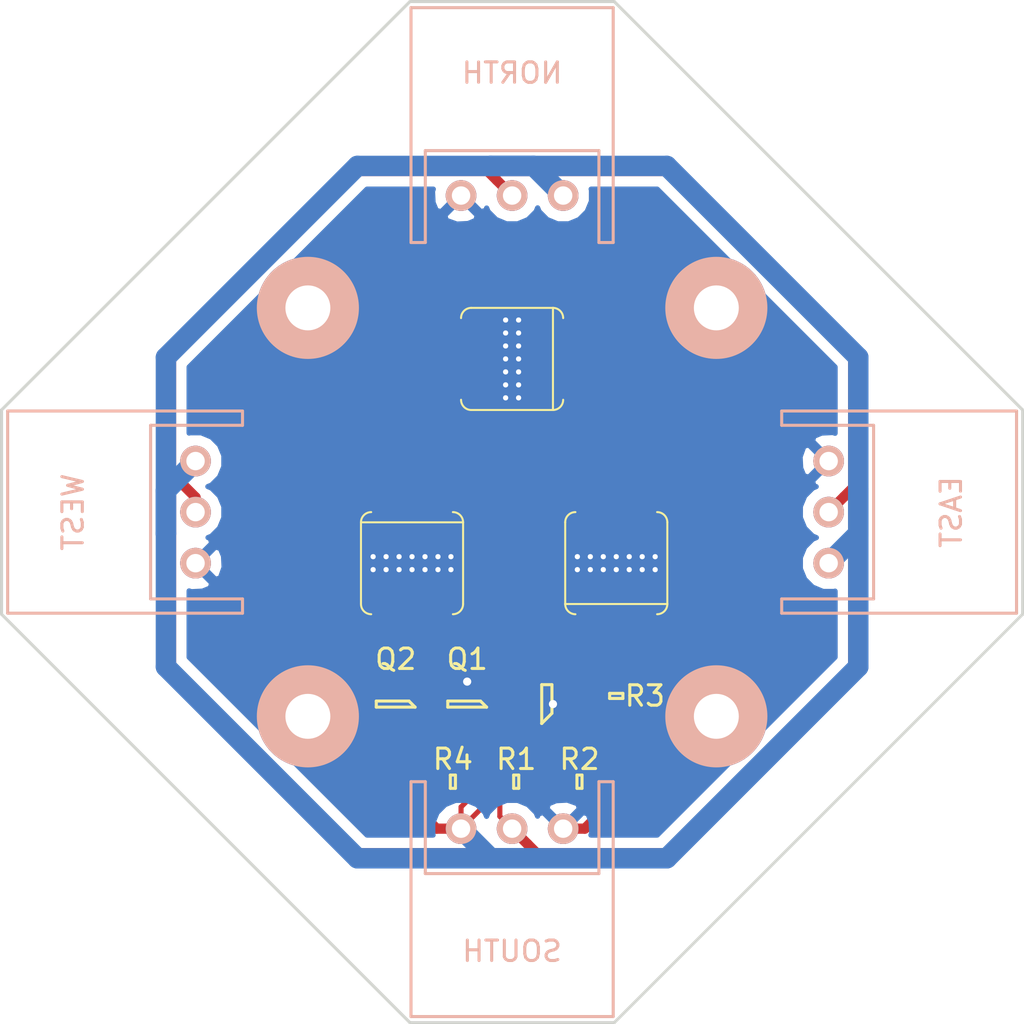
<source format=kicad_pcb>
(kicad_pcb (version 4) (host pcbnew "(2016-06-01 BZR 6870, Git 0ccd3bb)-product")

  (general
    (links 86)
    (no_connects 0)
    (area 29.924999 29.924999 80.075001 80.075001)
    (thickness 1.6)
    (drawings 9)
    (tracks 103)
    (zones 0)
    (modules 15)
    (nets 11)
  )

  (page A4)
  (layers
    (0 F.Cu signal)
    (31 B.Cu signal)
    (32 B.Adhes user)
    (33 F.Adhes user)
    (34 B.Paste user)
    (35 F.Paste user)
    (36 B.SilkS user)
    (37 F.SilkS user)
    (38 B.Mask user)
    (39 F.Mask user)
    (40 Dwgs.User user)
    (41 Cmts.User user)
    (42 Eco1.User user)
    (43 Eco2.User user)
    (44 Edge.Cuts user)
    (45 Margin user)
    (46 B.CrtYd user)
    (47 F.CrtYd user)
    (48 B.Fab user)
    (49 F.Fab user)
  )

  (setup
    (last_trace_width 0.25)
    (user_trace_width 0.5)
    (user_trace_width 0.8)
    (user_trace_width 1)
    (trace_clearance 0.2)
    (zone_clearance 0.508)
    (zone_45_only no)
    (trace_min 0.2)
    (segment_width 0.2)
    (edge_width 0.15)
    (via_size 0.6)
    (via_drill 0.4)
    (via_min_size 0.4)
    (via_min_drill 0.3)
    (uvia_size 0.3)
    (uvia_drill 0.1)
    (uvias_allowed no)
    (uvia_min_size 0.2)
    (uvia_min_drill 0.1)
    (pcb_text_width 0.3)
    (pcb_text_size 1.5 1.5)
    (mod_edge_width 0.15)
    (mod_text_size 1 1)
    (mod_text_width 0.15)
    (pad_size 0.254 0.254)
    (pad_drill 0.254)
    (pad_to_mask_clearance 0)
    (aux_axis_origin 0 0)
    (visible_elements 7FFFFF7F)
    (pcbplotparams
      (layerselection 0x00030_ffffffff)
      (usegerberextensions false)
      (excludeedgelayer true)
      (linewidth 0.100000)
      (plotframeref false)
      (viasonmask false)
      (mode 1)
      (useauxorigin false)
      (hpglpennumber 1)
      (hpglpenspeed 20)
      (hpglpendiameter 15)
      (psnegative false)
      (psa4output false)
      (plotreference true)
      (plotvalue true)
      (plotinvisibletext false)
      (padsonsilk false)
      (subtractmaskfromsilk false)
      (outputformat 1)
      (mirror false)
      (drillshape 1)
      (scaleselection 1)
      (outputdirectory ""))
  )

  (net 0 "")
  (net 1 GND)
  (net 2 "Net-(D1-Pad2)")
  (net 3 "Net-(D1-Pad1)")
  (net 4 "Net-(D2-Pad1)")
  (net 5 /SENSE)
  (net 6 +12V)
  (net 7 /DIM)
  (net 8 "Net-(OP?1-Pad1)")
  (net 9 /DIM/100)
  (net 10 "Net-(Q1-Pad3)")

  (net_class Default "This is the default net class."
    (clearance 0.2)
    (trace_width 0.25)
    (via_dia 0.6)
    (via_drill 0.4)
    (uvia_dia 0.3)
    (uvia_drill 0.1)
    (add_net +12V)
    (add_net /DIM)
    (add_net /DIM/100)
    (add_net /SENSE)
    (add_net GND)
    (add_net "Net-(D1-Pad1)")
    (add_net "Net-(D1-Pad2)")
    (add_net "Net-(D2-Pad1)")
    (add_net "Net-(OP?1-Pad1)")
    (add_net "Net-(Q1-Pad3)")
  )

  (module agg:SOT-23-5 (layer F.Cu) (tedit 577BD19D) (tstamp 577C7F46)
    (at 56.7 64.4 180)
    (path /577BB3FE)
    (fp_text reference OP?1 (at 0 -2.45 180) (layer F.Fab) hide
      (effects (font (size 1 1) (thickness 0.15)))
    )
    (fp_text value MIC6211 (at 0 2.45 180) (layer F.Fab) hide
      (effects (font (size 1 1) (thickness 0.15)))
    )
    (fp_line (start -0.85 -1.5) (end 0.85 -1.5) (layer F.Fab) (width 0.01))
    (fp_line (start 0.85 -1.5) (end 0.85 1.5) (layer F.Fab) (width 0.01))
    (fp_line (start 0.85 1.5) (end -0.85 1.5) (layer F.Fab) (width 0.01))
    (fp_line (start -0.85 1.5) (end -0.85 -1.5) (layer F.Fab) (width 0.01))
    (fp_circle (center -0.05 -0.7) (end -0.05 -0.3) (layer F.Fab) (width 0.01))
    (fp_line (start -1.6 -1.2) (end -0.85 -1.2) (layer F.Fab) (width 0.01))
    (fp_line (start -0.85 -0.7) (end -1.6 -0.7) (layer F.Fab) (width 0.01))
    (fp_line (start -1.6 -0.7) (end -1.6 -1.2) (layer F.Fab) (width 0.01))
    (fp_line (start -1.6 -0.25) (end -0.85 -0.25) (layer F.Fab) (width 0.01))
    (fp_line (start -0.85 0.25) (end -1.6 0.25) (layer F.Fab) (width 0.01))
    (fp_line (start -1.6 0.25) (end -1.6 -0.25) (layer F.Fab) (width 0.01))
    (fp_line (start -1.6 0.7) (end -0.85 0.7) (layer F.Fab) (width 0.01))
    (fp_line (start -0.85 1.2) (end -1.6 1.2) (layer F.Fab) (width 0.01))
    (fp_line (start -1.6 1.2) (end -1.6 0.7) (layer F.Fab) (width 0.01))
    (fp_line (start 0.85 0.7) (end 1.6 0.7) (layer F.Fab) (width 0.01))
    (fp_line (start 1.6 0.7) (end 1.6 1.2) (layer F.Fab) (width 0.01))
    (fp_line (start 1.6 1.2) (end 0.85 1.2) (layer F.Fab) (width 0.01))
    (fp_line (start 0.85 -1.2) (end 1.6 -1.2) (layer F.Fab) (width 0.01))
    (fp_line (start 1.6 -1.2) (end 1.6 -0.7) (layer F.Fab) (width 0.01))
    (fp_line (start 1.6 -0.7) (end 0.85 -0.7) (layer F.Fab) (width 0.01))
    (fp_line (start 0.25 -0.95) (end 0.25 -0.95) (layer F.SilkS) (width 0.15))
    (fp_line (start 0.25 -0.95) (end 0.25 0.95) (layer F.SilkS) (width 0.15))
    (fp_line (start 0.25 0.95) (end -0.25 0.95) (layer F.SilkS) (width 0.15))
    (fp_line (start -0.25 0.95) (end -0.25 -0.45) (layer F.SilkS) (width 0.15))
    (fp_line (start -0.25 -0.45) (end 0.25 -0.95) (layer F.SilkS) (width 0.15))
    (fp_line (start -2.1 -1.75) (end 2.1 -1.75) (layer F.CrtYd) (width 0.01))
    (fp_line (start 2.1 -1.75) (end 2.1 1.75) (layer F.CrtYd) (width 0.01))
    (fp_line (start 2.1 1.75) (end -2.1 1.75) (layer F.CrtYd) (width 0.01))
    (fp_line (start -2.1 1.75) (end -2.1 -1.75) (layer F.CrtYd) (width 0.01))
    (pad 1 smd rect (at -1.3 -0.95 180) (size 1.1 0.6) (layers F.Cu F.Paste F.Mask)
      (net 8 "Net-(OP?1-Pad1)"))
    (pad 2 smd rect (at -1.3 0 180) (size 1.1 0.6) (layers F.Cu F.Paste F.Mask)
      (net 1 GND))
    (pad 3 smd rect (at -1.3 0.95 180) (size 1.1 0.6) (layers F.Cu F.Paste F.Mask)
      (net 9 /DIM/100))
    (pad 4 smd rect (at 1.3 0.95 180) (size 1.1 0.6) (layers F.Cu F.Paste F.Mask)
      (net 5 /SENSE))
    (pad 5 smd rect (at 1.3 -0.95 180) (size 1.1 0.6) (layers F.Cu F.Paste F.Mask)
      (net 6 +12V))
    (model ${KISYS3DMOD}/TO_SOT_Packages_SMD.3dshapes/SOT-23-5.wrl
      (at (xyz 0 0 0))
      (scale (xyz 1 1 1))
      (rotate (xyz 0 0 0))
    )
  )

  (module agg:SOT-23 (layer F.Cu) (tedit 577BD140) (tstamp 577C7FAE)
    (at 52.8 64.4 270)
    (path /577BA518)
    (fp_text reference Q1 (at -2.2 0) (layer F.SilkS)
      (effects (font (size 1 1) (thickness 0.15)))
    )
    (fp_text value NX7002AK (at 0 2.45 270) (layer F.Fab) hide
      (effects (font (size 1 1) (thickness 0.15)))
    )
    (fp_line (start -0.7 -1.5) (end 0.7 -1.5) (layer F.Fab) (width 0.01))
    (fp_line (start 0.7 -1.5) (end 0.7 1.5) (layer F.Fab) (width 0.01))
    (fp_line (start 0.7 1.5) (end -0.7 1.5) (layer F.Fab) (width 0.01))
    (fp_line (start -0.7 1.5) (end -0.7 -1.5) (layer F.Fab) (width 0.01))
    (fp_circle (center 0.1 -0.7) (end 0.1 -0.3) (layer F.Fab) (width 0.01))
    (fp_line (start -1.25 -1.19) (end -0.7 -1.19) (layer F.Fab) (width 0.01))
    (fp_line (start -0.7 -0.71) (end -1.25 -0.71) (layer F.Fab) (width 0.01))
    (fp_line (start -1.25 -0.71) (end -1.25 -1.19) (layer F.Fab) (width 0.01))
    (fp_line (start -1.25 0.71) (end -0.7 0.71) (layer F.Fab) (width 0.01))
    (fp_line (start -0.7 1.19) (end -1.25 1.19) (layer F.Fab) (width 0.01))
    (fp_line (start -1.25 1.19) (end -1.25 0.71) (layer F.Fab) (width 0.01))
    (fp_line (start 0.7 -0.24) (end 1.25 -0.24) (layer F.Fab) (width 0.01))
    (fp_line (start 1.25 -0.24) (end 1.25 0.24) (layer F.Fab) (width 0.01))
    (fp_line (start 1.25 0.24) (end 0.7 0.24) (layer F.Fab) (width 0.01))
    (fp_line (start 0.15 -0.95) (end 0.15 -0.95) (layer F.SilkS) (width 0.15))
    (fp_line (start 0.15 -0.95) (end 0.15 0.95) (layer F.SilkS) (width 0.15))
    (fp_line (start 0.15 0.95) (end -0.15 0.95) (layer F.SilkS) (width 0.15))
    (fp_line (start -0.15 0.95) (end -0.15 -0.65) (layer F.SilkS) (width 0.15))
    (fp_line (start -0.15 -0.65) (end 0.15 -0.95) (layer F.SilkS) (width 0.15))
    (fp_line (start -1.9 -1.75) (end 1.9 -1.75) (layer F.CrtYd) (width 0.01))
    (fp_line (start 1.9 -1.75) (end 1.9 1.75) (layer F.CrtYd) (width 0.01))
    (fp_line (start 1.9 1.75) (end -1.9 1.75) (layer F.CrtYd) (width 0.01))
    (fp_line (start -1.9 1.75) (end -1.9 -1.75) (layer F.CrtYd) (width 0.01))
    (pad 1 smd rect (at -1.15 -0.95 270) (size 1 0.6) (layers F.Cu F.Paste F.Mask)
      (net 8 "Net-(OP?1-Pad1)"))
    (pad 2 smd rect (at -1.15 0.95 270) (size 1 0.6) (layers F.Cu F.Paste F.Mask)
      (net 1 GND))
    (pad 3 smd rect (at 1.15 0 270) (size 1 0.6) (layers F.Cu F.Paste F.Mask)
      (net 10 "Net-(Q1-Pad3)"))
    (model ${KISYS3DMOD}/TO_SOT_Packages_SMD.3dshapes/SOT-23.wrl
      (at (xyz 0 0 0))
      (scale (xyz 1 1 1))
      (rotate (xyz 0 0 90))
    )
  )

  (module agg:SOT-23 (layer F.Cu) (tedit 577BD137) (tstamp 577C8006)
    (at 49.3 64.4 270)
    (path /577B9E2C)
    (fp_text reference Q2 (at -2.2 0 180) (layer F.SilkS)
      (effects (font (size 1 1) (thickness 0.15)))
    )
    (fp_text value NTR1P02T1G (at 0 2.45 270) (layer F.Fab) hide
      (effects (font (size 1 1) (thickness 0.15)))
    )
    (fp_line (start -0.7 -1.5) (end 0.7 -1.5) (layer F.Fab) (width 0.01))
    (fp_line (start 0.7 -1.5) (end 0.7 1.5) (layer F.Fab) (width 0.01))
    (fp_line (start 0.7 1.5) (end -0.7 1.5) (layer F.Fab) (width 0.01))
    (fp_line (start -0.7 1.5) (end -0.7 -1.5) (layer F.Fab) (width 0.01))
    (fp_circle (center 0.1 -0.7) (end 0.1 -0.3) (layer F.Fab) (width 0.01))
    (fp_line (start -1.25 -1.19) (end -0.7 -1.19) (layer F.Fab) (width 0.01))
    (fp_line (start -0.7 -0.71) (end -1.25 -0.71) (layer F.Fab) (width 0.01))
    (fp_line (start -1.25 -0.71) (end -1.25 -1.19) (layer F.Fab) (width 0.01))
    (fp_line (start -1.25 0.71) (end -0.7 0.71) (layer F.Fab) (width 0.01))
    (fp_line (start -0.7 1.19) (end -1.25 1.19) (layer F.Fab) (width 0.01))
    (fp_line (start -1.25 1.19) (end -1.25 0.71) (layer F.Fab) (width 0.01))
    (fp_line (start 0.7 -0.24) (end 1.25 -0.24) (layer F.Fab) (width 0.01))
    (fp_line (start 1.25 -0.24) (end 1.25 0.24) (layer F.Fab) (width 0.01))
    (fp_line (start 1.25 0.24) (end 0.7 0.24) (layer F.Fab) (width 0.01))
    (fp_line (start 0.15 -0.95) (end 0.15 -0.95) (layer F.SilkS) (width 0.15))
    (fp_line (start 0.15 -0.95) (end 0.15 0.95) (layer F.SilkS) (width 0.15))
    (fp_line (start 0.15 0.95) (end -0.15 0.95) (layer F.SilkS) (width 0.15))
    (fp_line (start -0.15 0.95) (end -0.15 -0.65) (layer F.SilkS) (width 0.15))
    (fp_line (start -0.15 -0.65) (end 0.15 -0.95) (layer F.SilkS) (width 0.15))
    (fp_line (start -1.9 -1.75) (end 1.9 -1.75) (layer F.CrtYd) (width 0.01))
    (fp_line (start 1.9 -1.75) (end 1.9 1.75) (layer F.CrtYd) (width 0.01))
    (fp_line (start 1.9 1.75) (end -1.9 1.75) (layer F.CrtYd) (width 0.01))
    (fp_line (start -1.9 1.75) (end -1.9 -1.75) (layer F.CrtYd) (width 0.01))
    (pad 1 smd rect (at -1.15 -0.95 270) (size 1 0.6) (layers F.Cu F.Paste F.Mask)
      (net 10 "Net-(Q1-Pad3)"))
    (pad 2 smd rect (at -1.15 0.95 270) (size 1 0.6) (layers F.Cu F.Paste F.Mask)
      (net 2 "Net-(D1-Pad2)"))
    (pad 3 smd rect (at 1.15 0 270) (size 1 0.6) (layers F.Cu F.Paste F.Mask)
      (net 6 +12V))
    (model ${KISYS3DMOD}/TO_SOT_Packages_SMD.3dshapes/SOT-23.wrl
      (at (xyz 0 0 0))
      (scale (xyz 1 1 1))
      (rotate (xyz 0 0 90))
    )
  )

  (module agg:0603 (layer F.Cu) (tedit 577BD18E) (tstamp 577C8054)
    (at 55.2 68.2 180)
    (path /577A5F58)
    (fp_text reference R1 (at 0 1.1 180) (layer F.SilkS)
      (effects (font (size 1 1) (thickness 0.15)))
    )
    (fp_text value 9k9 (at 2.225 0 -90) (layer F.Fab) hide
      (effects (font (size 1 1) (thickness 0.15)))
    )
    (fp_line (start -0.8 -0.4) (end 0.8 -0.4) (layer F.Fab) (width 0.01))
    (fp_line (start 0.8 -0.4) (end 0.8 0.4) (layer F.Fab) (width 0.01))
    (fp_line (start 0.8 0.4) (end -0.8 0.4) (layer F.Fab) (width 0.01))
    (fp_line (start -0.8 0.4) (end -0.8 -0.4) (layer F.Fab) (width 0.01))
    (fp_line (start -0.45 -0.4) (end -0.45 0.4) (layer F.Fab) (width 0.01))
    (fp_line (start 0.45 -0.4) (end 0.45 0.4) (layer F.Fab) (width 0.01))
    (fp_line (start -0.125 -0.325) (end 0.125 -0.325) (layer F.SilkS) (width 0.15))
    (fp_line (start 0.125 -0.325) (end 0.125 0.325) (layer F.SilkS) (width 0.15))
    (fp_line (start 0.125 0.325) (end -0.125 0.325) (layer F.SilkS) (width 0.15))
    (fp_line (start -0.125 0.325) (end -0.125 -0.325) (layer F.SilkS) (width 0.15))
    (fp_line (start -1.55 -0.75) (end 1.55 -0.75) (layer F.CrtYd) (width 0.01))
    (fp_line (start 1.55 -0.75) (end 1.55 0.75) (layer F.CrtYd) (width 0.01))
    (fp_line (start 1.55 0.75) (end -1.55 0.75) (layer F.CrtYd) (width 0.01))
    (fp_line (start -1.55 0.75) (end -1.55 -0.75) (layer F.CrtYd) (width 0.01))
    (pad 1 smd rect (at -0.8 0 180) (size 0.95 1) (layers F.Cu F.Paste F.Mask)
      (net 9 /DIM/100))
    (pad 2 smd rect (at 0.8 0 180) (size 0.95 1) (layers F.Cu F.Paste F.Mask)
      (net 7 /DIM))
    (model ${KISYS3DMOD}/Resistors_SMD.3dshapes/R_0603.wrl
      (at (xyz 0 0 0))
      (scale (xyz 1 1 1))
      (rotate (xyz 0 0 0))
    )
  )

  (module agg:0603 (layer F.Cu) (tedit 577BD199) (tstamp 577C808E)
    (at 58.3 68.2 180)
    (path /577A5F63)
    (fp_text reference R2 (at 0 1.1) (layer F.SilkS)
      (effects (font (size 1 1) (thickness 0.15)))
    )
    (fp_text value 100R (at 2.225 0 270) (layer F.Fab) hide
      (effects (font (size 1 1) (thickness 0.15)))
    )
    (fp_line (start -0.8 -0.4) (end 0.8 -0.4) (layer F.Fab) (width 0.01))
    (fp_line (start 0.8 -0.4) (end 0.8 0.4) (layer F.Fab) (width 0.01))
    (fp_line (start 0.8 0.4) (end -0.8 0.4) (layer F.Fab) (width 0.01))
    (fp_line (start -0.8 0.4) (end -0.8 -0.4) (layer F.Fab) (width 0.01))
    (fp_line (start -0.45 -0.4) (end -0.45 0.4) (layer F.Fab) (width 0.01))
    (fp_line (start 0.45 -0.4) (end 0.45 0.4) (layer F.Fab) (width 0.01))
    (fp_line (start -0.125 -0.325) (end 0.125 -0.325) (layer F.SilkS) (width 0.15))
    (fp_line (start 0.125 -0.325) (end 0.125 0.325) (layer F.SilkS) (width 0.15))
    (fp_line (start 0.125 0.325) (end -0.125 0.325) (layer F.SilkS) (width 0.15))
    (fp_line (start -0.125 0.325) (end -0.125 -0.325) (layer F.SilkS) (width 0.15))
    (fp_line (start -1.55 -0.75) (end 1.55 -0.75) (layer F.CrtYd) (width 0.01))
    (fp_line (start 1.55 -0.75) (end 1.55 0.75) (layer F.CrtYd) (width 0.01))
    (fp_line (start 1.55 0.75) (end -1.55 0.75) (layer F.CrtYd) (width 0.01))
    (fp_line (start -1.55 0.75) (end -1.55 -0.75) (layer F.CrtYd) (width 0.01))
    (pad 1 smd rect (at -0.8 0 180) (size 0.95 1) (layers F.Cu F.Paste F.Mask)
      (net 1 GND))
    (pad 2 smd rect (at 0.8 0 180) (size 0.95 1) (layers F.Cu F.Paste F.Mask)
      (net 9 /DIM/100))
    (model ${KISYS3DMOD}/Resistors_SMD.3dshapes/R_0603.wrl
      (at (xyz 0 0 0))
      (scale (xyz 1 1 1))
      (rotate (xyz 0 0 0))
    )
  )

  (module parts:XLAMP-MX-3 (layer F.Cu) (tedit 577BD117) (tstamp 577C7DB4)
    (at 60.1 57.5 90)
    (path /577BB9B2)
    (zone_connect 2)
    (fp_text reference D3 (at 0 4 90) (layer F.SilkS) hide
      (effects (font (size 1 1) (thickness 0.15)))
    )
    (fp_text value XLAMP-MX-3 (at 0.025 -4 90) (layer F.Fab) hide
      (effects (font (size 1 1) (thickness 0.15)))
    )
    (fp_line (start -2 -2.5) (end -2.5 -2) (layer F.Fab) (width 0.05))
    (fp_line (start 1.5 -2.325) (end -1.5 -2.325) (layer F.Fab) (width 0.05))
    (fp_line (start 2.325 1.5) (end 2.325 -1.5) (layer F.Fab) (width 0.05))
    (fp_line (start -1.5 2.325) (end 1.5 2.325) (layer F.Fab) (width 0.05))
    (fp_line (start -2.325 -1.5) (end -2.325 1.5) (layer F.Fab) (width 0.05))
    (fp_arc (start -1.5 1.5) (end -1.5 2.325) (angle 90) (layer F.Fab) (width 0.05))
    (fp_arc (start 1.5 1.5) (end 2.325 1.5) (angle 90) (layer F.Fab) (width 0.05))
    (fp_arc (start 1.5 -1.5) (end 1.5 -2.325) (angle 90) (layer F.Fab) (width 0.05))
    (fp_arc (start -1.5 -1.5) (end -2.325 -1.5) (angle 90) (layer F.Fab) (width 0.05))
    (fp_line (start 2 2.5) (end -2 2.5) (layer F.Fab) (width 0.05))
    (fp_line (start 2.5 -2) (end 2.5 2) (layer F.Fab) (width 0.05))
    (fp_line (start -2 -2.5) (end 2 -2.5) (layer F.Fab) (width 0.05))
    (fp_line (start -2.5 2) (end -2.5 -2) (layer F.Fab) (width 0.05))
    (fp_arc (start -2 2) (end -2 2.5) (angle 90) (layer F.Fab) (width 0.05))
    (fp_arc (start 2 2) (end 2.5 2) (angle 90) (layer F.Fab) (width 0.05))
    (fp_arc (start 2 -2) (end 2 -2.5) (angle 90) (layer F.Fab) (width 0.05))
    (fp_arc (start -2 -2) (end -2.5 -2) (angle 90) (layer F.Fab) (width 0.05))
    (fp_line (start -5 5) (end -5 -5) (layer F.CrtYd) (width 0.05))
    (fp_line (start 5 5) (end -5 5) (layer F.CrtYd) (width 0.05))
    (fp_line (start 5 -5) (end 5 5) (layer F.CrtYd) (width 0.05))
    (fp_line (start -5 -5) (end 5 -5) (layer F.CrtYd) (width 0.05))
    (fp_line (start -2 -2.5) (end -2 2.5) (layer F.SilkS) (width 0.1))
    (fp_line (start 2 2.5) (end -2 2.5) (layer F.SilkS) (width 0.1))
    (fp_line (start -2 -2.5) (end 2 -2.5) (layer F.SilkS) (width 0.1))
    (fp_arc (start -2 2) (end -2 2.5) (angle 90) (layer F.SilkS) (width 0.1))
    (fp_arc (start 2 2) (end 2.5 2) (angle 90) (layer F.SilkS) (width 0.1))
    (fp_arc (start 2 -2) (end 2 -2.5) (angle 90) (layer F.SilkS) (width 0.1))
    (fp_arc (start -2 -2) (end -2.5 -2) (angle 90) (layer F.SilkS) (width 0.1))
    (pad 3 smd rect (at 0 0 90) (size 6 6) (layers B.Cu)
      (net 1 GND) (zone_connect 2))
    (pad 3 smd rect (at 0 0 90) (size 1.1 6) (layers F.Cu)
      (net 1 GND) (zone_connect 2))
    (pad 3 smd rect (at 0 2.725 90) (size 6 0.55) (layers F.Cu)
      (net 1 GND) (zone_connect 2))
    (pad 3 smd rect (at 0 -2.725 90) (size 6 0.55) (layers F.Cu)
      (net 1 GND) (zone_connect 2))
    (pad 2 smd rect (at 3.125 0 90) (size 1.75 3.9) (layers F.Cu F.Paste F.Mask)
      (net 4 "Net-(D2-Pad1)") (zone_connect 2))
    (pad 1 smd rect (at -3.125 0 90) (size 1.75 3.9) (layers F.Cu F.Paste F.Mask)
      (net 5 /SENSE) (zone_connect 2))
    (pad 3 thru_hole circle (at -0.3175 -1.905 90) (size 0.254 0.254) (drill 0.254) (layers *.Cu)
      (net 1 GND) (zone_connect 2))
    (pad 3 thru_hole circle (at 0.3175 -1.905 90) (size 0.254 0.254) (drill 0.254) (layers *.Cu)
      (net 1 GND) (zone_connect 2))
    (pad 3 thru_hole circle (at -0.3175 -1.27 90) (size 0.254 0.254) (drill 0.254) (layers *.Cu)
      (net 1 GND) (zone_connect 2))
    (pad 3 thru_hole circle (at 0.3175 -1.27 90) (size 0.254 0.254) (drill 0.254) (layers *.Cu)
      (net 1 GND) (zone_connect 2))
    (pad 3 thru_hole circle (at -0.3175 -0.635 90) (size 0.254 0.254) (drill 0.254) (layers *.Cu)
      (net 1 GND) (zone_connect 2))
    (pad 3 thru_hole circle (at 0.3175 -0.635 90) (size 0.254 0.254) (drill 0.254) (layers *.Cu)
      (net 1 GND) (zone_connect 2))
    (pad 3 thru_hole circle (at -0.3175 0 90) (size 0.254 0.254) (drill 0.254) (layers *.Cu)
      (net 1 GND) (zone_connect 2))
    (pad 3 thru_hole circle (at 0.3175 0 90) (size 0.254 0.254) (drill 0.254) (layers *.Cu)
      (net 1 GND) (zone_connect 2))
    (pad 3 thru_hole circle (at -0.3175 0.635 90) (size 0.254 0.254) (drill 0.254) (layers *.Cu)
      (net 1 GND) (zone_connect 2))
    (pad 3 thru_hole circle (at 0.3175 0.635 90) (size 0.254 0.254) (drill 0.254) (layers *.Cu)
      (net 1 GND) (zone_connect 2))
    (pad 3 thru_hole circle (at -0.3175 1.27 90) (size 0.254 0.254) (drill 0.254) (layers *.Cu)
      (net 1 GND) (zone_connect 2))
    (pad 3 thru_hole circle (at 0.3175 1.27 90) (size 0.254 0.254) (drill 0.254) (layers *.Cu)
      (net 1 GND) (zone_connect 2))
    (pad 3 thru_hole circle (at -0.3175 1.905 90) (size 0.254 0.254) (drill 0.254) (layers *.Cu)
      (net 1 GND) (zone_connect 2))
    (pad 3 thru_hole circle (at 0.3175 1.905 90) (size 0.254 0.254) (drill 0.254) (layers *.Cu)
      (net 1 GND) (zone_connect 2))
    (pad "" smd rect (at 0 0 90) (size 1.1 3.9) (layers F.Paste F.Mask)
      (zone_connect 2))
    (model ${KIPRJMOD}/parts.pretty/XLAMP-MX-3.wrl
      (at (xyz 0 0 0))
      (scale (xyz 1 1 1))
      (rotate (xyz 0 0 90))
    )
  )

  (module parts:XLAMP-MX-3 (layer F.Cu) (tedit 577BD117) (tstamp 577C7D17)
    (at 55 47.5 180)
    (path /577BB9A5)
    (zone_connect 2)
    (fp_text reference D2 (at 0 4 180) (layer F.SilkS) hide
      (effects (font (size 1 1) (thickness 0.15)))
    )
    (fp_text value XLAMP-MX-3 (at 0.025 -4 180) (layer F.Fab) hide
      (effects (font (size 1 1) (thickness 0.15)))
    )
    (fp_line (start -2 -2.5) (end -2.5 -2) (layer F.Fab) (width 0.05))
    (fp_line (start 1.5 -2.325) (end -1.5 -2.325) (layer F.Fab) (width 0.05))
    (fp_line (start 2.325 1.5) (end 2.325 -1.5) (layer F.Fab) (width 0.05))
    (fp_line (start -1.5 2.325) (end 1.5 2.325) (layer F.Fab) (width 0.05))
    (fp_line (start -2.325 -1.5) (end -2.325 1.5) (layer F.Fab) (width 0.05))
    (fp_arc (start -1.5 1.5) (end -1.5 2.325) (angle 90) (layer F.Fab) (width 0.05))
    (fp_arc (start 1.5 1.5) (end 2.325 1.5) (angle 90) (layer F.Fab) (width 0.05))
    (fp_arc (start 1.5 -1.5) (end 1.5 -2.325) (angle 90) (layer F.Fab) (width 0.05))
    (fp_arc (start -1.5 -1.5) (end -2.325 -1.5) (angle 90) (layer F.Fab) (width 0.05))
    (fp_line (start 2 2.5) (end -2 2.5) (layer F.Fab) (width 0.05))
    (fp_line (start 2.5 -2) (end 2.5 2) (layer F.Fab) (width 0.05))
    (fp_line (start -2 -2.5) (end 2 -2.5) (layer F.Fab) (width 0.05))
    (fp_line (start -2.5 2) (end -2.5 -2) (layer F.Fab) (width 0.05))
    (fp_arc (start -2 2) (end -2 2.5) (angle 90) (layer F.Fab) (width 0.05))
    (fp_arc (start 2 2) (end 2.5 2) (angle 90) (layer F.Fab) (width 0.05))
    (fp_arc (start 2 -2) (end 2 -2.5) (angle 90) (layer F.Fab) (width 0.05))
    (fp_arc (start -2 -2) (end -2.5 -2) (angle 90) (layer F.Fab) (width 0.05))
    (fp_line (start -5 5) (end -5 -5) (layer F.CrtYd) (width 0.05))
    (fp_line (start 5 5) (end -5 5) (layer F.CrtYd) (width 0.05))
    (fp_line (start 5 -5) (end 5 5) (layer F.CrtYd) (width 0.05))
    (fp_line (start -5 -5) (end 5 -5) (layer F.CrtYd) (width 0.05))
    (fp_line (start -2 -2.5) (end -2 2.5) (layer F.SilkS) (width 0.1))
    (fp_line (start 2 2.5) (end -2 2.5) (layer F.SilkS) (width 0.1))
    (fp_line (start -2 -2.5) (end 2 -2.5) (layer F.SilkS) (width 0.1))
    (fp_arc (start -2 2) (end -2 2.5) (angle 90) (layer F.SilkS) (width 0.1))
    (fp_arc (start 2 2) (end 2.5 2) (angle 90) (layer F.SilkS) (width 0.1))
    (fp_arc (start 2 -2) (end 2 -2.5) (angle 90) (layer F.SilkS) (width 0.1))
    (fp_arc (start -2 -2) (end -2.5 -2) (angle 90) (layer F.SilkS) (width 0.1))
    (pad 3 smd rect (at 0 0 180) (size 6 6) (layers B.Cu)
      (net 1 GND) (zone_connect 2))
    (pad 3 smd rect (at 0 0 180) (size 1.1 6) (layers F.Cu)
      (net 1 GND) (zone_connect 2))
    (pad 3 smd rect (at 0 2.725 180) (size 6 0.55) (layers F.Cu)
      (net 1 GND) (zone_connect 2))
    (pad 3 smd rect (at 0 -2.725 180) (size 6 0.55) (layers F.Cu)
      (net 1 GND) (zone_connect 2))
    (pad 2 smd rect (at 3.125 0 180) (size 1.75 3.9) (layers F.Cu F.Paste F.Mask)
      (net 3 "Net-(D1-Pad1)") (zone_connect 2))
    (pad 1 smd rect (at -3.125 0 180) (size 1.75 3.9) (layers F.Cu F.Paste F.Mask)
      (net 4 "Net-(D2-Pad1)") (zone_connect 2))
    (pad 3 thru_hole circle (at -0.3175 -1.905 180) (size 0.254 0.254) (drill 0.254) (layers *.Cu)
      (net 1 GND) (zone_connect 2))
    (pad 3 thru_hole circle (at 0.3175 -1.905 180) (size 0.254 0.254) (drill 0.254) (layers *.Cu)
      (net 1 GND) (zone_connect 2))
    (pad 3 thru_hole circle (at -0.3175 -1.27 180) (size 0.254 0.254) (drill 0.254) (layers *.Cu)
      (net 1 GND) (zone_connect 2))
    (pad 3 thru_hole circle (at 0.3175 -1.27 180) (size 0.254 0.254) (drill 0.254) (layers *.Cu)
      (net 1 GND) (zone_connect 2))
    (pad 3 thru_hole circle (at -0.3175 -0.635 180) (size 0.254 0.254) (drill 0.254) (layers *.Cu)
      (net 1 GND) (zone_connect 2))
    (pad 3 thru_hole circle (at 0.3175 -0.635 180) (size 0.254 0.254) (drill 0.254) (layers *.Cu)
      (net 1 GND) (zone_connect 2))
    (pad 3 thru_hole circle (at -0.3175 0 180) (size 0.254 0.254) (drill 0.254) (layers *.Cu)
      (net 1 GND) (zone_connect 2))
    (pad 3 thru_hole circle (at 0.3175 0 180) (size 0.254 0.254) (drill 0.254) (layers *.Cu)
      (net 1 GND) (zone_connect 2))
    (pad 3 thru_hole circle (at -0.3175 0.635 180) (size 0.254 0.254) (drill 0.254) (layers *.Cu)
      (net 1 GND) (zone_connect 2))
    (pad 3 thru_hole circle (at 0.3175 0.635 180) (size 0.254 0.254) (drill 0.254) (layers *.Cu)
      (net 1 GND) (zone_connect 2))
    (pad 3 thru_hole circle (at -0.3175 1.27 180) (size 0.254 0.254) (drill 0.254) (layers *.Cu)
      (net 1 GND) (zone_connect 2))
    (pad 3 thru_hole circle (at 0.3175 1.27 180) (size 0.254 0.254) (drill 0.254) (layers *.Cu)
      (net 1 GND) (zone_connect 2))
    (pad 3 thru_hole circle (at -0.3175 1.905 180) (size 0.254 0.254) (drill 0.254) (layers *.Cu)
      (net 1 GND) (zone_connect 2))
    (pad 3 thru_hole circle (at 0.3175 1.905 180) (size 0.254 0.254) (drill 0.254) (layers *.Cu)
      (net 1 GND) (zone_connect 2))
    (pad "" smd rect (at 0 0 180) (size 1.1 3.9) (layers F.Paste F.Mask)
      (zone_connect 2))
    (model ${KIPRJMOD}/parts.pretty/XLAMP-MX-3.wrl
      (at (xyz 0 0 0))
      (scale (xyz 1 1 1))
      (rotate (xyz 0 0 90))
    )
  )

  (module parts:XLAMP-MX-3 (layer F.Cu) (tedit 577BD117) (tstamp 577C7C7A)
    (at 50.1 57.5 270)
    (path /577BB7DA)
    (zone_connect 2)
    (fp_text reference D1 (at 0 4 270) (layer F.SilkS) hide
      (effects (font (size 1 1) (thickness 0.15)))
    )
    (fp_text value XLAMP-MX-3 (at 0.025 -4 270) (layer F.Fab) hide
      (effects (font (size 1 1) (thickness 0.15)))
    )
    (fp_line (start -2 -2.5) (end -2.5 -2) (layer F.Fab) (width 0.05))
    (fp_line (start 1.5 -2.325) (end -1.5 -2.325) (layer F.Fab) (width 0.05))
    (fp_line (start 2.325 1.5) (end 2.325 -1.5) (layer F.Fab) (width 0.05))
    (fp_line (start -1.5 2.325) (end 1.5 2.325) (layer F.Fab) (width 0.05))
    (fp_line (start -2.325 -1.5) (end -2.325 1.5) (layer F.Fab) (width 0.05))
    (fp_arc (start -1.5 1.5) (end -1.5 2.325) (angle 90) (layer F.Fab) (width 0.05))
    (fp_arc (start 1.5 1.5) (end 2.325 1.5) (angle 90) (layer F.Fab) (width 0.05))
    (fp_arc (start 1.5 -1.5) (end 1.5 -2.325) (angle 90) (layer F.Fab) (width 0.05))
    (fp_arc (start -1.5 -1.5) (end -2.325 -1.5) (angle 90) (layer F.Fab) (width 0.05))
    (fp_line (start 2 2.5) (end -2 2.5) (layer F.Fab) (width 0.05))
    (fp_line (start 2.5 -2) (end 2.5 2) (layer F.Fab) (width 0.05))
    (fp_line (start -2 -2.5) (end 2 -2.5) (layer F.Fab) (width 0.05))
    (fp_line (start -2.5 2) (end -2.5 -2) (layer F.Fab) (width 0.05))
    (fp_arc (start -2 2) (end -2 2.5) (angle 90) (layer F.Fab) (width 0.05))
    (fp_arc (start 2 2) (end 2.5 2) (angle 90) (layer F.Fab) (width 0.05))
    (fp_arc (start 2 -2) (end 2 -2.5) (angle 90) (layer F.Fab) (width 0.05))
    (fp_arc (start -2 -2) (end -2.5 -2) (angle 90) (layer F.Fab) (width 0.05))
    (fp_line (start -5 5) (end -5 -5) (layer F.CrtYd) (width 0.05))
    (fp_line (start 5 5) (end -5 5) (layer F.CrtYd) (width 0.05))
    (fp_line (start 5 -5) (end 5 5) (layer F.CrtYd) (width 0.05))
    (fp_line (start -5 -5) (end 5 -5) (layer F.CrtYd) (width 0.05))
    (fp_line (start -2 -2.5) (end -2 2.5) (layer F.SilkS) (width 0.1))
    (fp_line (start 2 2.5) (end -2 2.5) (layer F.SilkS) (width 0.1))
    (fp_line (start -2 -2.5) (end 2 -2.5) (layer F.SilkS) (width 0.1))
    (fp_arc (start -2 2) (end -2 2.5) (angle 90) (layer F.SilkS) (width 0.1))
    (fp_arc (start 2 2) (end 2.5 2) (angle 90) (layer F.SilkS) (width 0.1))
    (fp_arc (start 2 -2) (end 2 -2.5) (angle 90) (layer F.SilkS) (width 0.1))
    (fp_arc (start -2 -2) (end -2.5 -2) (angle 90) (layer F.SilkS) (width 0.1))
    (pad 3 smd rect (at 0 0 270) (size 6 6) (layers B.Cu)
      (net 1 GND) (zone_connect 2))
    (pad 3 smd rect (at 0 0 270) (size 1.1 6) (layers F.Cu)
      (net 1 GND) (zone_connect 2))
    (pad 3 smd rect (at 0 2.725 270) (size 6 0.55) (layers F.Cu)
      (net 1 GND) (zone_connect 2))
    (pad 3 smd rect (at 0 -2.725 270) (size 6 0.55) (layers F.Cu)
      (net 1 GND) (zone_connect 2))
    (pad 2 smd rect (at 3.125 0 270) (size 1.75 3.9) (layers F.Cu F.Paste F.Mask)
      (net 2 "Net-(D1-Pad2)") (zone_connect 2))
    (pad 1 smd rect (at -3.125 0 270) (size 1.75 3.9) (layers F.Cu F.Paste F.Mask)
      (net 3 "Net-(D1-Pad1)") (zone_connect 2))
    (pad 3 thru_hole circle (at -0.3175 -1.905 270) (size 0.254 0.254) (drill 0.254) (layers *.Cu)
      (net 1 GND) (zone_connect 2))
    (pad 3 thru_hole circle (at 0.3175 -1.905 270) (size 0.254 0.254) (drill 0.254) (layers *.Cu)
      (net 1 GND) (zone_connect 2))
    (pad 3 thru_hole circle (at -0.3175 -1.27 270) (size 0.254 0.254) (drill 0.254) (layers *.Cu)
      (net 1 GND) (zone_connect 2))
    (pad 3 thru_hole circle (at 0.3175 -1.27 270) (size 0.254 0.254) (drill 0.254) (layers *.Cu)
      (net 1 GND) (zone_connect 2))
    (pad 3 thru_hole circle (at -0.3175 -0.635 270) (size 0.254 0.254) (drill 0.254) (layers *.Cu)
      (net 1 GND) (zone_connect 2))
    (pad 3 thru_hole circle (at 0.3175 -0.635 270) (size 0.254 0.254) (drill 0.254) (layers *.Cu)
      (net 1 GND) (zone_connect 2))
    (pad 3 thru_hole circle (at -0.3175 0 270) (size 0.254 0.254) (drill 0.254) (layers *.Cu)
      (net 1 GND) (zone_connect 2))
    (pad 3 thru_hole circle (at 0.3175 0 270) (size 0.254 0.254) (drill 0.254) (layers *.Cu)
      (net 1 GND) (zone_connect 2))
    (pad 3 thru_hole circle (at -0.3175 0.635 270) (size 0.254 0.254) (drill 0.254) (layers *.Cu)
      (net 1 GND) (zone_connect 2))
    (pad 3 thru_hole circle (at 0.3175 0.635 270) (size 0.254 0.254) (drill 0.254) (layers *.Cu)
      (net 1 GND) (zone_connect 2))
    (pad 3 thru_hole circle (at -0.3175 1.27 270) (size 0.254 0.254) (drill 0.254) (layers *.Cu)
      (net 1 GND) (zone_connect 2))
    (pad 3 thru_hole circle (at 0.3175 1.27 270) (size 0.254 0.254) (drill 0.254) (layers *.Cu)
      (net 1 GND) (zone_connect 2))
    (pad 3 thru_hole circle (at -0.3175 1.905 270) (size 0.254 0.254) (drill 0.254) (layers *.Cu)
      (net 1 GND) (zone_connect 2))
    (pad 3 thru_hole circle (at 0.3175 1.905 270) (size 0.254 0.254) (drill 0.254) (layers *.Cu)
      (net 1 GND) (zone_connect 2))
    (pad "" smd rect (at 0 0 270) (size 1.1 3.9) (layers F.Paste F.Mask)
      (zone_connect 2))
    (model ${KIPRJMOD}/parts.pretty/XLAMP-MX-3.wrl
      (at (xyz 0 0 0))
      (scale (xyz 1 1 1))
      (rotate (xyz 0 0 90))
    )
  )

  (module parts:S3B-XH-A (layer B.Cu) (tedit 577C516F) (tstamp 577C7E2B)
    (at 57.5 39.5 180)
    (path /577A3797)
    (fp_text reference J1 (at 2.5 4 180) (layer F.SilkS) hide
      (effects (font (size 1 1) (thickness 0.15)))
    )
    (fp_text value NORTH (at 2.5 6) (layer B.SilkS)
      (effects (font (size 1 1) (thickness 0.15)) (justify mirror))
    )
    (fp_line (start 6.75 2.2) (end -1.75 2.2) (layer B.SilkS) (width 0.15))
    (fp_line (start 6.75 -2.3) (end 6.75 2.2) (layer B.SilkS) (width 0.15))
    (fp_line (start 7.45 -2.3) (end 6.75 -2.3) (layer B.SilkS) (width 0.15))
    (fp_line (start 7.45 9.2) (end 7.45 -2.3) (layer B.SilkS) (width 0.15))
    (fp_line (start -2.45 9.2) (end 7.45 9.2) (layer B.SilkS) (width 0.15))
    (fp_line (start -1.75 -2.3) (end -1.75 2.2) (layer B.SilkS) (width 0.15))
    (fp_line (start -2.45 -2.3) (end -1.75 -2.3) (layer B.SilkS) (width 0.15))
    (fp_line (start -2.45 9.2) (end -2.45 -2.3) (layer B.SilkS) (width 0.15))
    (pad 1 thru_hole circle (at 0 0 180) (size 1.5 1.5) (drill 0.9) (layers *.Cu *.Mask B.SilkS)
      (net 6 +12V))
    (pad 2 thru_hole circle (at 2.5 0 180) (size 1.5 1.5) (drill 0.9) (layers *.Cu *.Mask B.SilkS)
      (net 7 /DIM))
    (pad 3 thru_hole circle (at 5 0 180) (size 1.5 1.5) (drill 0.9) (layers *.Cu *.Mask B.SilkS)
      (net 1 GND))
    (model ${KIPRJMOD}/parts.pretty/S3B-XH-A.wrl
      (at (xyz 0 0 0))
      (scale (xyz 1 1 1))
      (rotate (xyz 0 0 0))
    )
  )

  (module parts:S3B-XH-A (layer B.Cu) (tedit 577C516F) (tstamp 577C7EAC)
    (at 39.5 52.5 270)
    (path /577BC969)
    (fp_text reference J4 (at 2.5 4 270) (layer B.SilkS) hide
      (effects (font (size 1 1) (thickness 0.15)) (justify mirror))
    )
    (fp_text value WEST (at 2.5 6 270) (layer B.SilkS)
      (effects (font (size 1 1) (thickness 0.15)) (justify mirror))
    )
    (fp_line (start 6.75 2.2) (end -1.75 2.2) (layer B.SilkS) (width 0.15))
    (fp_line (start 6.75 -2.3) (end 6.75 2.2) (layer B.SilkS) (width 0.15))
    (fp_line (start 7.45 -2.3) (end 6.75 -2.3) (layer B.SilkS) (width 0.15))
    (fp_line (start 7.45 9.2) (end 7.45 -2.3) (layer B.SilkS) (width 0.15))
    (fp_line (start -2.45 9.2) (end 7.45 9.2) (layer B.SilkS) (width 0.15))
    (fp_line (start -1.75 -2.3) (end -1.75 2.2) (layer B.SilkS) (width 0.15))
    (fp_line (start -2.45 -2.3) (end -1.75 -2.3) (layer B.SilkS) (width 0.15))
    (fp_line (start -2.45 9.2) (end -2.45 -2.3) (layer B.SilkS) (width 0.15))
    (pad 1 thru_hole circle (at 0 0 270) (size 1.5 1.5) (drill 0.9) (layers *.Cu *.Mask B.SilkS)
      (net 6 +12V))
    (pad 2 thru_hole circle (at 2.5 0 270) (size 1.5 1.5) (drill 0.9) (layers *.Cu *.Mask B.SilkS)
      (net 7 /DIM))
    (pad 3 thru_hole circle (at 5 0 270) (size 1.5 1.5) (drill 0.9) (layers *.Cu *.Mask B.SilkS)
      (net 1 GND))
    (model ${KIPRJMOD}/parts.pretty/S3B-XH-A.wrl
      (at (xyz 0 0 0))
      (scale (xyz 1 1 1))
      (rotate (xyz 0 0 0))
    )
  )

  (module parts:S3B-XH-A (layer B.Cu) (tedit 577C516F) (tstamp 577C7E56)
    (at 70.5 57.5 90)
    (path /577BC94F)
    (fp_text reference J2 (at 2.5 4 90) (layer B.SilkS) hide
      (effects (font (size 1 1) (thickness 0.15)) (justify mirror))
    )
    (fp_text value EAST (at 2.5 6 90) (layer B.SilkS)
      (effects (font (size 1 1) (thickness 0.15)) (justify mirror))
    )
    (fp_line (start 6.75 2.2) (end -1.75 2.2) (layer B.SilkS) (width 0.15))
    (fp_line (start 6.75 -2.3) (end 6.75 2.2) (layer B.SilkS) (width 0.15))
    (fp_line (start 7.45 -2.3) (end 6.75 -2.3) (layer B.SilkS) (width 0.15))
    (fp_line (start 7.45 9.2) (end 7.45 -2.3) (layer B.SilkS) (width 0.15))
    (fp_line (start -2.45 9.2) (end 7.45 9.2) (layer B.SilkS) (width 0.15))
    (fp_line (start -1.75 -2.3) (end -1.75 2.2) (layer B.SilkS) (width 0.15))
    (fp_line (start -2.45 -2.3) (end -1.75 -2.3) (layer B.SilkS) (width 0.15))
    (fp_line (start -2.45 9.2) (end -2.45 -2.3) (layer B.SilkS) (width 0.15))
    (pad 1 thru_hole circle (at 0 0 90) (size 1.5 1.5) (drill 0.9) (layers *.Cu *.Mask B.SilkS)
      (net 6 +12V))
    (pad 2 thru_hole circle (at 2.5 0 90) (size 1.5 1.5) (drill 0.9) (layers *.Cu *.Mask B.SilkS)
      (net 7 /DIM))
    (pad 3 thru_hole circle (at 5 0 90) (size 1.5 1.5) (drill 0.9) (layers *.Cu *.Mask B.SilkS)
      (net 1 GND))
    (model ${KIPRJMOD}/parts.pretty/S3B-XH-A.wrl
      (at (xyz 0 0 0))
      (scale (xyz 1 1 1))
      (rotate (xyz 0 0 0))
    )
  )

  (module parts:S3B-XH-A (layer B.Cu) (tedit 577C516F) (tstamp 577C7E81)
    (at 52.5 70.5)
    (path /577BC95C)
    (fp_text reference J3 (at 2.5 4) (layer B.SilkS) hide
      (effects (font (size 1 1) (thickness 0.15)) (justify mirror))
    )
    (fp_text value SOUTH (at 2.5 6) (layer B.SilkS)
      (effects (font (size 1 1) (thickness 0.15)) (justify mirror))
    )
    (fp_line (start 6.75 2.2) (end -1.75 2.2) (layer B.SilkS) (width 0.15))
    (fp_line (start 6.75 -2.3) (end 6.75 2.2) (layer B.SilkS) (width 0.15))
    (fp_line (start 7.45 -2.3) (end 6.75 -2.3) (layer B.SilkS) (width 0.15))
    (fp_line (start 7.45 9.2) (end 7.45 -2.3) (layer B.SilkS) (width 0.15))
    (fp_line (start -2.45 9.2) (end 7.45 9.2) (layer B.SilkS) (width 0.15))
    (fp_line (start -1.75 -2.3) (end -1.75 2.2) (layer B.SilkS) (width 0.15))
    (fp_line (start -2.45 -2.3) (end -1.75 -2.3) (layer B.SilkS) (width 0.15))
    (fp_line (start -2.45 9.2) (end -2.45 -2.3) (layer B.SilkS) (width 0.15))
    (pad 1 thru_hole circle (at 0 0) (size 1.5 1.5) (drill 0.9) (layers *.Cu *.Mask B.SilkS)
      (net 6 +12V))
    (pad 2 thru_hole circle (at 2.5 0) (size 1.5 1.5) (drill 0.9) (layers *.Cu *.Mask B.SilkS)
      (net 7 /DIM))
    (pad 3 thru_hole circle (at 5 0) (size 1.5 1.5) (drill 0.9) (layers *.Cu *.Mask B.SilkS)
      (net 1 GND))
    (model ${KIPRJMOD}/parts.pretty/S3B-XH-A.wrl
      (at (xyz 0 0 0))
      (scale (xyz 1 1 1))
      (rotate (xyz 0 0 0))
    )
  )

  (module agg:0603 (layer F.Cu) (tedit 577C56D1) (tstamp 577C8A73)
    (at 60.1 64 270)
    (path /577A3D2F)
    (fp_text reference R3 (at 0 -1.4) (layer F.SilkS)
      (effects (font (size 1 1) (thickness 0.15)))
    )
    (fp_text value 0R24 (at 2.225 0) (layer F.Fab) hide
      (effects (font (size 1 1) (thickness 0.15)))
    )
    (fp_line (start -0.8 -0.4) (end 0.8 -0.4) (layer F.Fab) (width 0.01))
    (fp_line (start 0.8 -0.4) (end 0.8 0.4) (layer F.Fab) (width 0.01))
    (fp_line (start 0.8 0.4) (end -0.8 0.4) (layer F.Fab) (width 0.01))
    (fp_line (start -0.8 0.4) (end -0.8 -0.4) (layer F.Fab) (width 0.01))
    (fp_line (start -0.45 -0.4) (end -0.45 0.4) (layer F.Fab) (width 0.01))
    (fp_line (start 0.45 -0.4) (end 0.45 0.4) (layer F.Fab) (width 0.01))
    (fp_line (start -0.125 -0.325) (end 0.125 -0.325) (layer F.SilkS) (width 0.15))
    (fp_line (start 0.125 -0.325) (end 0.125 0.325) (layer F.SilkS) (width 0.15))
    (fp_line (start 0.125 0.325) (end -0.125 0.325) (layer F.SilkS) (width 0.15))
    (fp_line (start -0.125 0.325) (end -0.125 -0.325) (layer F.SilkS) (width 0.15))
    (fp_line (start -1.55 -0.75) (end 1.55 -0.75) (layer F.CrtYd) (width 0.01))
    (fp_line (start 1.55 -0.75) (end 1.55 0.75) (layer F.CrtYd) (width 0.01))
    (fp_line (start 1.55 0.75) (end -1.55 0.75) (layer F.CrtYd) (width 0.01))
    (fp_line (start -1.55 0.75) (end -1.55 -0.75) (layer F.CrtYd) (width 0.01))
    (pad 1 smd rect (at -0.8 0 270) (size 0.95 1) (layers F.Cu F.Paste F.Mask)
      (net 5 /SENSE))
    (pad 2 smd rect (at 0.8 0 270) (size 0.95 1) (layers F.Cu F.Paste F.Mask)
      (net 1 GND))
    (model ${KISYS3DMOD}/Resistors_SMD.3dshapes/R_0603.wrl
      (at (xyz 0 0 0))
      (scale (xyz 1 1 1))
      (rotate (xyz 0 0 0))
    )
  )

  (module agg:0603 (layer F.Cu) (tedit 577C56D4) (tstamp 577C8AAD)
    (at 52.1 68.2)
    (path /577B9A14)
    (fp_text reference R4 (at 0 -1.1 180) (layer F.SilkS)
      (effects (font (size 1 1) (thickness 0.15)))
    )
    (fp_text value 1k (at 2.225 0 90) (layer F.Fab) hide
      (effects (font (size 1 1) (thickness 0.15)))
    )
    (fp_line (start -0.8 -0.4) (end 0.8 -0.4) (layer F.Fab) (width 0.01))
    (fp_line (start 0.8 -0.4) (end 0.8 0.4) (layer F.Fab) (width 0.01))
    (fp_line (start 0.8 0.4) (end -0.8 0.4) (layer F.Fab) (width 0.01))
    (fp_line (start -0.8 0.4) (end -0.8 -0.4) (layer F.Fab) (width 0.01))
    (fp_line (start -0.45 -0.4) (end -0.45 0.4) (layer F.Fab) (width 0.01))
    (fp_line (start 0.45 -0.4) (end 0.45 0.4) (layer F.Fab) (width 0.01))
    (fp_line (start -0.125 -0.325) (end 0.125 -0.325) (layer F.SilkS) (width 0.15))
    (fp_line (start 0.125 -0.325) (end 0.125 0.325) (layer F.SilkS) (width 0.15))
    (fp_line (start 0.125 0.325) (end -0.125 0.325) (layer F.SilkS) (width 0.15))
    (fp_line (start -0.125 0.325) (end -0.125 -0.325) (layer F.SilkS) (width 0.15))
    (fp_line (start -1.55 -0.75) (end 1.55 -0.75) (layer F.CrtYd) (width 0.01))
    (fp_line (start 1.55 -0.75) (end 1.55 0.75) (layer F.CrtYd) (width 0.01))
    (fp_line (start 1.55 0.75) (end -1.55 0.75) (layer F.CrtYd) (width 0.01))
    (fp_line (start -1.55 0.75) (end -1.55 -0.75) (layer F.CrtYd) (width 0.01))
    (pad 1 smd rect (at -0.8 0) (size 0.95 1) (layers F.Cu F.Paste F.Mask)
      (net 10 "Net-(Q1-Pad3)"))
    (pad 2 smd rect (at 0.8 0) (size 0.95 1) (layers F.Cu F.Paste F.Mask)
      (net 6 +12V))
    (model ${KISYS3DMOD}/Resistors_SMD.3dshapes/R_0603.wrl
      (at (xyz 0 0 0))
      (scale (xyz 1 1 1))
      (rotate (xyz 0 0 0))
    )
  )

  (module parts:25mm_heatsink (layer B.Cu) (tedit 577BD0E7) (tstamp 577C7EE6)
    (at 55 55)
    (path /577BC4A1)
    (fp_text reference HS1 (at 0 -14) (layer B.SilkS) hide
      (effects (font (size 1 1) (thickness 0.15)) (justify mirror))
    )
    (fp_text value HEATSINK (at 0 14) (layer B.Fab) hide
      (effects (font (size 1 1) (thickness 0.15)) (justify mirror))
    )
    (pad 1 smd roundrect (at 0 0) (size 25 25) (layers B.Cu)(roundrect_rratio 0.1)
      (net 1 GND) (zone_connect 2))
    (pad "" smd roundrect (at -5 10) (size 2 1) (layers B.Paste B.Mask)(roundrect_rratio 0.5))
    (pad "" smd roundrect (at 0 10) (size 2 1) (layers B.Paste B.Mask)(roundrect_rratio 0.5))
    (pad "" smd roundrect (at 5 10) (size 2 1) (layers B.Paste B.Mask)(roundrect_rratio 0.5))
    (pad "" smd roundrect (at -10 5) (size 2 1) (layers B.Paste B.Mask)(roundrect_rratio 0.5))
    (pad "" smd roundrect (at -5 5) (size 2 1) (layers B.Paste B.Mask)(roundrect_rratio 0.5))
    (pad "" smd roundrect (at 0 5) (size 2 1) (layers B.Paste B.Mask)(roundrect_rratio 0.5))
    (pad "" smd roundrect (at 5 5) (size 2 1) (layers B.Paste B.Mask)(roundrect_rratio 0.5))
    (pad "" smd roundrect (at 10 5) (size 2 1) (layers B.Paste B.Mask)(roundrect_rratio 0.5))
    (pad "" smd roundrect (at -10 0) (size 2 1) (layers B.Paste B.Mask)(roundrect_rratio 0.5))
    (pad "" smd roundrect (at -5 0) (size 2 1) (layers B.Paste B.Mask)(roundrect_rratio 0.5))
    (pad "" smd roundrect (at 0 0) (size 2 1) (layers B.Paste B.Mask)(roundrect_rratio 0.5))
    (pad "" smd roundrect (at 5 0) (size 2 1) (layers B.Paste B.Mask)(roundrect_rratio 0.5))
    (pad "" smd roundrect (at 10 0) (size 2 1) (layers B.Paste B.Mask)(roundrect_rratio 0.5))
    (pad "" smd roundrect (at -10 -5) (size 2 1) (layers B.Paste B.Mask)(roundrect_rratio 0.5))
    (pad "" smd roundrect (at -5 -5) (size 2 1) (layers B.Paste B.Mask)(roundrect_rratio 0.5))
    (pad "" smd roundrect (at 0 -5) (size 2 1) (layers B.Paste B.Mask)(roundrect_rratio 0.5))
    (pad "" smd roundrect (at 5 -5) (size 2 1) (layers B.Paste B.Mask)(roundrect_rratio 0.5))
    (pad "" smd roundrect (at 10 -5) (size 2 1) (layers B.Paste B.Mask)(roundrect_rratio 0.5))
    (pad "" smd roundrect (at -5 -10) (size 2 1) (layers B.Paste B.Mask)(roundrect_rratio 0.5))
    (pad "" smd roundrect (at 0 -10) (size 2 1) (layers B.Paste B.Mask)(roundrect_rratio 0.5))
    (pad "" smd roundrect (at 5 -10) (size 2 1) (layers B.Paste B.Mask)(roundrect_rratio 0.5))
    (pad 1 thru_hole circle (at -10 10) (size 5 5) (drill 2.2) (layers *.Cu *.Mask B.SilkS)
      (net 1 GND) (zone_connect 2))
    (pad 1 thru_hole circle (at 10 10) (size 5 5) (drill 2.2) (layers *.Cu *.Mask B.SilkS)
      (net 1 GND) (zone_connect 2))
    (pad 1 thru_hole circle (at 10 -10) (size 5 5) (drill 2.2) (layers *.Cu *.Mask B.SilkS)
      (net 1 GND) (zone_connect 2))
    (pad 1 thru_hole circle (at -10 -10) (size 5 5) (drill 2.2) (layers *.Cu *.Mask B.SilkS)
      (net 1 GND) (zone_connect 2))
    (model ${KIPRJMOD}/parts.pretty/25mm_heatsink.wrl
      (at (xyz 0 0 0))
      (scale (xyz 1 1 1))
      (rotate (xyz 0 0 0))
    )
  )

  (gr_line (start 80 50) (end 60 30) (layer Edge.Cuts) (width 0.15))
  (gr_line (start 60 80) (end 80 60) (layer Edge.Cuts) (width 0.15))
  (gr_line (start 30 60) (end 50 80) (layer Edge.Cuts) (width 0.15))
  (gr_line (start 50 30) (end 30 50) (layer Edge.Cuts) (width 0.15))
  (gr_line (start 80 60) (end 80 50) (layer Edge.Cuts) (width 0.15))
  (gr_line (start 50 80) (end 60 80) (layer Edge.Cuts) (width 0.15))
  (gr_line (start 50 30) (end 60 30) (layer Edge.Cuts) (width 0.15))
  (gr_line (start 30 55) (end 30 60) (layer Edge.Cuts) (width 0.15))
  (gr_line (start 30 55) (end 30 50) (layer Edge.Cuts) (width 0.15))

  (segment (start 51.85 63.25) (end 52.75 63.25) (width 0.25) (layer F.Cu) (net 1))
  (segment (start 52.75 63.25) (end 52.8 63.3) (width 0.25) (layer F.Cu) (net 1))
  (via (at 52.8 63.3) (size 0.6) (drill 0.4) (layers F.Cu B.Cu) (net 1))
  (segment (start 58 64.4) (end 57 64.4) (width 0.25) (layer F.Cu) (net 1))
  (via (at 57 64.4) (size 0.6) (drill 0.4) (layers F.Cu B.Cu) (net 1))
  (segment (start 59.1 68.2) (end 59.1 68.9) (width 0.25) (layer F.Cu) (net 1))
  (segment (start 59.1 68.9) (end 58.249999 69.750001) (width 0.25) (layer F.Cu) (net 1))
  (segment (start 58.249999 69.750001) (end 57.5 70.5) (width 0.25) (layer F.Cu) (net 1))
  (segment (start 60.1 68.96066) (end 60.1 64.8) (width 0.5) (layer F.Cu) (net 1))
  (segment (start 57.5 70.5) (end 58.56066 70.5) (width 0.5) (layer F.Cu) (net 1))
  (segment (start 58.56066 70.5) (end 60.1 68.96066) (width 0.5) (layer F.Cu) (net 1))
  (segment (start 57.5 70.5) (end 57.5 70.2) (width 0.25) (layer F.Cu) (net 1))
  (segment (start 50.1 60.625) (end 50.1 61.7) (width 0.5) (layer F.Cu) (net 2))
  (segment (start 50.1 61.7) (end 49.7 62.1) (width 0.5) (layer F.Cu) (net 2))
  (segment (start 49.7 62.1) (end 48.7 62.1) (width 0.5) (layer F.Cu) (net 2))
  (segment (start 48.7 62.1) (end 48.4 62.4) (width 0.5) (layer F.Cu) (net 2))
  (segment (start 48.4 62.4) (end 48.4 63.2) (width 0.5) (layer F.Cu) (net 2))
  (segment (start 48.4 63.2) (end 48.35 63.25) (width 0.5) (layer F.Cu) (net 2))
  (segment (start 50.1 54.375) (end 50.1 47.9) (width 0.5) (layer F.Cu) (net 3))
  (segment (start 50.1 47.9) (end 50.5 47.5) (width 0.5) (layer F.Cu) (net 3))
  (segment (start 50.5 47.5) (end 51.875 47.5) (width 0.5) (layer F.Cu) (net 3))
  (segment (start 58.125 47.5) (end 59.5 47.5) (width 0.5) (layer F.Cu) (net 4))
  (segment (start 59.5 47.5) (end 60.1 48.1) (width 0.5) (layer F.Cu) (net 4))
  (segment (start 60.1 48.1) (end 60.1 53) (width 0.5) (layer F.Cu) (net 4))
  (segment (start 60.1 53) (end 60.1 54.375) (width 0.5) (layer F.Cu) (net 4))
  (segment (start 55.4 63.45) (end 55.4 62.9) (width 0.25) (layer F.Cu) (net 5))
  (segment (start 55.4 62.9) (end 55.475001 62.824999) (width 0.25) (layer F.Cu) (net 5))
  (segment (start 55.475001 62.824999) (end 58.974999 62.824999) (width 0.25) (layer F.Cu) (net 5))
  (segment (start 58.974999 62.824999) (end 59.35 63.2) (width 0.25) (layer F.Cu) (net 5))
  (segment (start 59.35 63.2) (end 60.1 63.2) (width 0.25) (layer F.Cu) (net 5))
  (segment (start 60.1 63.2) (end 60.1 60.625) (width 0.5) (layer F.Cu) (net 5))
  (segment (start 60.1 61.039998) (end 60.1 60.625) (width 0.5) (layer F.Cu) (net 5))
  (segment (start 54.6 65.4) (end 55.35 65.4) (width 0.25) (layer F.Cu) (net 6))
  (segment (start 55.35 65.4) (end 55.4 65.35) (width 0.25) (layer F.Cu) (net 6))
  (segment (start 53.599999 66.400001) (end 54.6 65.4) (width 0.25) (layer F.Cu) (net 6))
  (segment (start 52.5 70.5) (end 53.599999 69.400001) (width 0.25) (layer F.Cu) (net 6))
  (segment (start 53.599999 69.400001) (end 53.599999 66.400001) (width 0.25) (layer F.Cu) (net 6))
  (segment (start 52.9 69.03934) (end 52.9 68.2) (width 0.25) (layer F.Cu) (net 6))
  (segment (start 52.5 70.5) (end 52.5 69.43934) (width 0.25) (layer F.Cu) (net 6))
  (segment (start 52.5 69.43934) (end 52.9 69.03934) (width 0.25) (layer F.Cu) (net 6))
  (segment (start 49.3 68.5) (end 51.3 70.5) (width 0.5) (layer F.Cu) (net 6))
  (segment (start 51.3 70.5) (end 52.5 70.5) (width 0.5) (layer F.Cu) (net 6))
  (segment (start 49.3 65.55) (end 49.3 68.5) (width 0.5) (layer F.Cu) (net 6))
  (segment (start 39.5 52.5) (end 38.049999 53.950001) (width 1) (layer B.Cu) (net 6))
  (segment (start 38.049999 53.950001) (end 38.049999 56.049999) (width 1) (layer B.Cu) (net 6))
  (segment (start 52.5 70.5) (end 53.950001 71.950001) (width 1) (layer B.Cu) (net 6))
  (segment (start 53.950001 71.950001) (end 56.049999 71.950001) (width 1) (layer B.Cu) (net 6))
  (segment (start 70.5 57.5) (end 71.950001 56.049999) (width 1) (layer B.Cu) (net 6))
  (segment (start 71.950001 56.049999) (end 71.950001 53.950001) (width 1) (layer B.Cu) (net 6))
  (segment (start 57.5 39.5) (end 56.049999 38.049999) (width 1) (layer B.Cu) (net 6))
  (segment (start 56.049999 38.049999) (end 53.950001 38.049999) (width 1) (layer B.Cu) (net 6))
  (segment (start 38.049999 56.049999) (end 38.049999 62.575499) (width 1) (layer B.Cu) (net 6))
  (segment (start 38.049999 62.575499) (end 47.424501 71.950001) (width 1) (layer B.Cu) (net 6))
  (segment (start 47.424501 71.950001) (end 56.049999 71.950001) (width 1) (layer B.Cu) (net 6))
  (segment (start 53.950001 38.049999) (end 47.424501 38.049999) (width 1) (layer B.Cu) (net 6))
  (segment (start 47.424501 38.049999) (end 38.049999 47.424501) (width 1) (layer B.Cu) (net 6))
  (segment (start 38.049999 47.424501) (end 38.049999 56.049999) (width 1) (layer B.Cu) (net 6))
  (segment (start 71.950001 53.950001) (end 71.950001 47.424501) (width 1) (layer B.Cu) (net 6))
  (segment (start 71.950001 47.424501) (end 62.575499 38.049999) (width 1) (layer B.Cu) (net 6))
  (segment (start 62.575499 38.049999) (end 53.950001 38.049999) (width 1) (layer B.Cu) (net 6))
  (segment (start 56.049999 71.950001) (end 62.575499 71.950001) (width 1) (layer B.Cu) (net 6))
  (segment (start 62.575499 71.950001) (end 71.950001 62.575499) (width 1) (layer B.Cu) (net 6))
  (segment (start 71.950001 62.575499) (end 71.950001 53.950001) (width 1) (layer B.Cu) (net 6))
  (segment (start 54.4 68.2) (end 54.4 69.9) (width 0.25) (layer F.Cu) (net 7))
  (segment (start 54.4 69.9) (end 55 70.5) (width 0.25) (layer F.Cu) (net 7))
  (segment (start 56.200001 71.700001) (end 47.333999 71.700001) (width 0.5) (layer F.Cu) (net 7))
  (segment (start 47.333999 71.700001) (end 38.299999 62.666001) (width 0.5) (layer F.Cu) (net 7))
  (segment (start 38.299999 62.666001) (end 38.299999 53.076001) (width 0.5) (layer F.Cu) (net 7))
  (segment (start 62.666001 71.700001) (end 56.200001 71.700001) (width 0.5) (layer F.Cu) (net 7))
  (segment (start 56.200001 71.700001) (end 55.749999 71.249999) (width 0.5) (layer F.Cu) (net 7))
  (segment (start 55.749999 71.249999) (end 55 70.5) (width 0.5) (layer F.Cu) (net 7))
  (segment (start 71.249999 54.250001) (end 70.5 55) (width 0.5) (layer F.Cu) (net 7))
  (segment (start 39.5 55) (end 39.5 54.276002) (width 0.5) (layer F.Cu) (net 7))
  (segment (start 39.5 54.276002) (end 38.299999 53.076001) (width 0.5) (layer F.Cu) (net 7))
  (segment (start 38.299999 53.076001) (end 38.299999 47.333999) (width 0.5) (layer F.Cu) (net 7))
  (segment (start 38.299999 47.333999) (end 47.333999 38.299999) (width 0.5) (layer F.Cu) (net 7))
  (segment (start 54.250001 38.750001) (end 55 39.5) (width 0.5) (layer F.Cu) (net 7))
  (segment (start 71.700001 53.799999) (end 71.700001 62.666001) (width 0.5) (layer F.Cu) (net 7))
  (segment (start 71.700001 62.666001) (end 62.666001 71.700001) (width 0.5) (layer F.Cu) (net 7))
  (segment (start 53.799999 38.299999) (end 62.666001 38.299999) (width 0.5) (layer F.Cu) (net 7))
  (segment (start 62.666001 38.299999) (end 71.700001 47.333999) (width 0.5) (layer F.Cu) (net 7))
  (segment (start 71.700001 47.333999) (end 71.700001 53.799999) (width 0.5) (layer F.Cu) (net 7))
  (segment (start 71.700001 53.799999) (end 71.249999 54.250001) (width 0.5) (layer F.Cu) (net 7))
  (segment (start 47.333999 38.299999) (end 53.799999 38.299999) (width 0.5) (layer F.Cu) (net 7))
  (segment (start 53.799999 38.299999) (end 54.250001 38.750001) (width 0.5) (layer F.Cu) (net 7))
  (segment (start 53.75 63.25) (end 53.75 63.45) (width 0.25) (layer F.Cu) (net 8))
  (segment (start 53.75 63.45) (end 55 64.7) (width 0.25) (layer F.Cu) (net 8))
  (segment (start 55 64.7) (end 56.374999 64.700001) (width 0.25) (layer F.Cu) (net 8))
  (segment (start 56.374999 64.700001) (end 57.024998 65.35) (width 0.25) (layer F.Cu) (net 8))
  (segment (start 57.024998 65.35) (end 57.2 65.35) (width 0.25) (layer F.Cu) (net 8))
  (segment (start 57.2 65.35) (end 58 65.35) (width 0.25) (layer F.Cu) (net 8))
  (segment (start 58.875001 65.924999) (end 57.5 67.3) (width 0.25) (layer F.Cu) (net 9))
  (segment (start 57.5 67.3) (end 57.5 68.2) (width 0.25) (layer F.Cu) (net 9))
  (segment (start 58 63.45) (end 58.8 63.45) (width 0.25) (layer F.Cu) (net 9))
  (segment (start 58.8 63.45) (end 58.875001 63.525001) (width 0.25) (layer F.Cu) (net 9))
  (segment (start 58.875001 63.525001) (end 58.875001 65.924999) (width 0.25) (layer F.Cu) (net 9))
  (segment (start 56 68.2) (end 57.5 68.2) (width 0.25) (layer F.Cu) (net 9))
  (segment (start 51.3 68.2) (end 51.3 66.5) (width 0.25) (layer F.Cu) (net 10))
  (segment (start 51.3 66.5) (end 52.25 65.55) (width 0.25) (layer F.Cu) (net 10))
  (segment (start 52.25 65.55) (end 52.8 65.55) (width 0.25) (layer F.Cu) (net 10))
  (segment (start 50.25 63.25) (end 50.25 64) (width 0.25) (layer F.Cu) (net 10))
  (segment (start 50.25 64) (end 51.8 65.55) (width 0.25) (layer F.Cu) (net 10))
  (segment (start 51.8 65.55) (end 52.25 65.55) (width 0.25) (layer F.Cu) (net 10))

  (zone (net 1) (net_name GND) (layer B.Cu) (tstamp 0) (hatch edge 0.508)
    (connect_pads (clearance 0.508))
    (min_thickness 0.254)
    (fill yes (arc_segments 16) (thermal_gap 0.508) (thermal_bridge_width 0.508))
    (polygon
      (pts
        (xy 50 30) (xy 60 30) (xy 80 50) (xy 80 60) (xy 60 80)
        (xy 50 80) (xy 30 60) (xy 30 50)
      )
    )
    (filled_polygon
      (pts
        (xy 51.102799 39.295171) (xy 51.13077 39.845448) (xy 51.28754 40.223923) (xy 51.528483 40.291912) (xy 52.320395 39.5)
        (xy 52.306253 39.485858) (xy 52.485858 39.306253) (xy 52.5 39.320395) (xy 52.514143 39.306253) (xy 52.693748 39.485858)
        (xy 52.679605 39.5) (xy 53.471517 40.291912) (xy 53.71246 40.223923) (xy 53.753222 40.109389) (xy 53.825169 40.283515)
        (xy 54.214436 40.673461) (xy 54.723298 40.884759) (xy 55.274285 40.88524) (xy 55.783515 40.674831) (xy 56.173461 40.285564)
        (xy 56.249927 40.101414) (xy 56.325169 40.283515) (xy 56.714436 40.673461) (xy 57.223298 40.884759) (xy 57.774285 40.88524)
        (xy 58.283515 40.674831) (xy 58.673461 40.285564) (xy 58.884759 39.776702) (xy 58.88524 39.225715) (xy 58.868417 39.184999)
        (xy 62.105367 39.184999) (xy 70.815001 47.894633) (xy 70.815001 51.142008) (xy 70.704829 51.102799) (xy 70.154552 51.13077)
        (xy 69.776077 51.28754) (xy 69.708088 51.528483) (xy 70.5 52.320395) (xy 70.514143 52.306253) (xy 70.693748 52.485858)
        (xy 70.679605 52.5) (xy 70.693748 52.514143) (xy 70.514143 52.693748) (xy 70.5 52.679605) (xy 69.708088 53.471517)
        (xy 69.776077 53.71246) (xy 69.890611 53.753222) (xy 69.716485 53.825169) (xy 69.326539 54.214436) (xy 69.115241 54.723298)
        (xy 69.11476 55.274285) (xy 69.325169 55.783515) (xy 69.714436 56.173461) (xy 69.898586 56.249927) (xy 69.716485 56.325169)
        (xy 69.326539 56.714436) (xy 69.115241 57.223298) (xy 69.11476 57.774285) (xy 69.325169 58.283515) (xy 69.714436 58.673461)
        (xy 70.223298 58.884759) (xy 70.774285 58.88524) (xy 70.815001 58.868417) (xy 70.815001 62.105367) (xy 62.105367 70.815001)
        (xy 58.857992 70.815001) (xy 58.897201 70.704829) (xy 58.86923 70.154552) (xy 58.71246 69.776077) (xy 58.471517 69.708088)
        (xy 57.679605 70.5) (xy 57.693748 70.514143) (xy 57.514143 70.693748) (xy 57.5 70.679605) (xy 57.485858 70.693748)
        (xy 57.306253 70.514143) (xy 57.320395 70.5) (xy 56.528483 69.708088) (xy 56.28754 69.776077) (xy 56.246778 69.890611)
        (xy 56.174831 69.716485) (xy 55.987157 69.528483) (xy 56.708088 69.528483) (xy 57.5 70.320395) (xy 58.291912 69.528483)
        (xy 58.223923 69.28754) (xy 57.704829 69.102799) (xy 57.154552 69.13077) (xy 56.776077 69.28754) (xy 56.708088 69.528483)
        (xy 55.987157 69.528483) (xy 55.785564 69.326539) (xy 55.276702 69.115241) (xy 54.725715 69.11476) (xy 54.216485 69.325169)
        (xy 53.826539 69.714436) (xy 53.750073 69.898586) (xy 53.674831 69.716485) (xy 53.285564 69.326539) (xy 52.776702 69.115241)
        (xy 52.225715 69.11476) (xy 51.716485 69.325169) (xy 51.326539 69.714436) (xy 51.115241 70.223298) (xy 51.11476 70.774285)
        (xy 51.131583 70.815001) (xy 47.894633 70.815001) (xy 39.184999 62.105367) (xy 39.184999 58.857992) (xy 39.295171 58.897201)
        (xy 39.845448 58.86923) (xy 40.223923 58.71246) (xy 40.291912 58.471517) (xy 39.5 57.679605) (xy 39.485858 57.693748)
        (xy 39.306253 57.514143) (xy 39.320395 57.5) (xy 39.679605 57.5) (xy 40.471517 58.291912) (xy 40.71246 58.223923)
        (xy 40.897201 57.704829) (xy 40.86923 57.154552) (xy 40.71246 56.776077) (xy 40.471517 56.708088) (xy 39.679605 57.5)
        (xy 39.320395 57.5) (xy 39.306253 57.485858) (xy 39.485858 57.306253) (xy 39.5 57.320395) (xy 40.291912 56.528483)
        (xy 40.223923 56.28754) (xy 40.109389 56.246778) (xy 40.283515 56.174831) (xy 40.673461 55.785564) (xy 40.884759 55.276702)
        (xy 40.88524 54.725715) (xy 40.674831 54.216485) (xy 40.285564 53.826539) (xy 40.101414 53.750073) (xy 40.283515 53.674831)
        (xy 40.673461 53.285564) (xy 40.884759 52.776702) (xy 40.885179 52.295171) (xy 69.102799 52.295171) (xy 69.13077 52.845448)
        (xy 69.28754 53.223923) (xy 69.528483 53.291912) (xy 70.320395 52.5) (xy 69.528483 51.708088) (xy 69.28754 51.776077)
        (xy 69.102799 52.295171) (xy 40.885179 52.295171) (xy 40.88524 52.225715) (xy 40.674831 51.716485) (xy 40.285564 51.326539)
        (xy 39.776702 51.115241) (xy 39.225715 51.11476) (xy 39.184999 51.131583) (xy 39.184999 47.894633) (xy 46.608115 40.471517)
        (xy 51.708088 40.471517) (xy 51.776077 40.71246) (xy 52.295171 40.897201) (xy 52.845448 40.86923) (xy 53.223923 40.71246)
        (xy 53.291912 40.471517) (xy 52.5 39.679605) (xy 51.708088 40.471517) (xy 46.608115 40.471517) (xy 47.894633 39.184999)
        (xy 51.142008 39.184999)
      )
    )
  )
)

</source>
